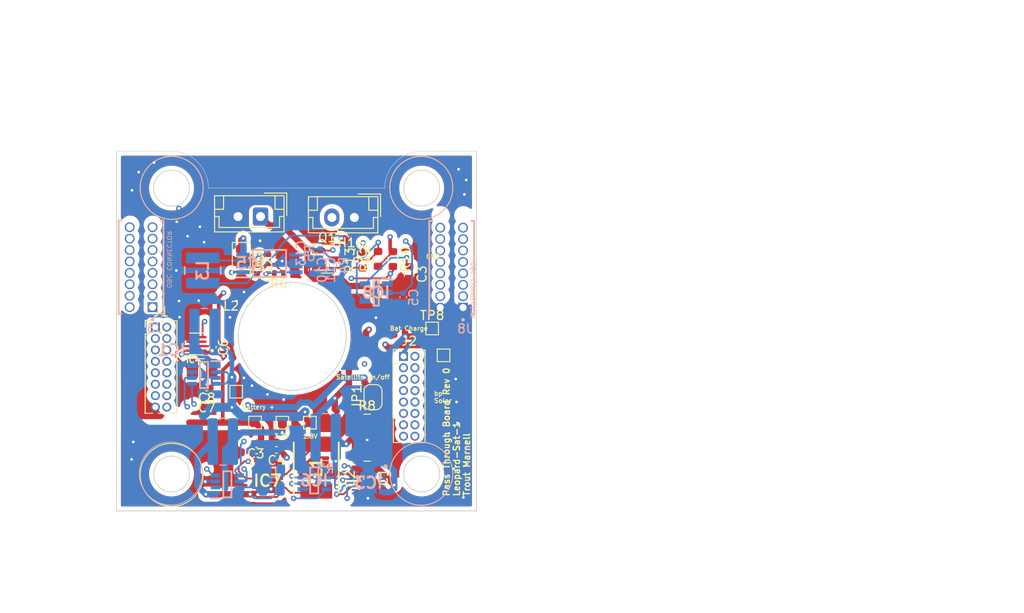
<source format=kicad_pcb>
(kicad_pcb (version 20221018) (generator pcbnew)
  (layers (0 "F.Cu" signal) (1 "In1.Cu" signal) (2 "In2.Cu" signal) (31 "B.Cu" signal) (34 "B.Paste" user) (35 "F.Paste" user) (36 "B.SilkS" user "B.Silkscreen") (37 "F.SilkS" user "F.Silkscreen") (38 "B.Mask" user) (39 "F.Mask" user) (44 "Edge.Cuts" user))
  (net 0 "")
  (net 1 "GND")
  (net 2 "Battery +")
  (net 3 "3V3 MEASURE")
  (net 4 "1V8 MEASURE")
  (net 5 "3.3V")
  (net 6 "1.8V")
  (net 7 "SCL(1)")
  (net 8 "SDA(1)")
  (net 9 "Net-(IC4-SW)")
  (net 10 "Vsolar")
  (net 11 "VMPPT")
  (net 12 "Net-(IC5-MPP-SET)")
  (net 13 "Net-(IC5-VCTRL)")
  (net 14 "Net-(IC5-LX)")
  (net 15 "MPPT ENABLE")
  (net 16 "DRV ENABLE 2")
  (net 17 "DRV ENABLE 1")
  (net 18 "MPPT ENABLE ")
  (net 19 "MCU ENABLE 2")
  (net 20 "MCU ENABLE 1")
  (net 21 "PWM1(1)")
  (net 22 "PWM2(2)")
  (net 23 "PWM2(1)")
  (net 24 "PWM1(2)")
  (net 25 "VBAT+")
  (net 26 "PWM2(5)")
  (net 27 "SDA(2)")
  (net 28 "SCL(2)")
  (net 29 "PWM1(5)")
  (net 30 "DRV ENABLE 3")
  (net 31 "DRV ENABLE 4")
  (net 32 "DRV ENABLE 5")
  (net 33 "PWM1(4)")
  (net 34 "PWM2(3)")
  (net 35 "PWM2(4)")
  (net 36 "PWM1(3)")
  (net 41 "Battery Charge ")
  (net 42 "Net-(IC3-REG)")
  (net 43 "Net-(IC3-TH)")
  (net 44 "FUEL_ALERT")
  (net 46 "Net-(IC7-BOLX)")
  (net 47 "Net-(IC7-BULX)")
  (net 48 "CONV_SHUTDOWN")
  (net 49 "VMPPTCHARGE")
  (net 50 "Net-(IC8-~{MR})")
  (net 51 "SAT_REST")
  (net 52 "CT")
  (footprint "Resistor_SMD:R_0402_1005Metric" (layer "F.Cu") (at 81.02 46.01 90)
    (fp_text reference "R3")
    (fp_text value "1K" hide)
  )
  (footprint "Resistor_SMD:R_0402_1005Metric" (layer "F.Cu") (at 82.18 47.55 180)
    (fp_text reference "R6")
    (fp_text value "1M" hide)
  )
  (footprint "Connector_JST:JST_EH_B2B-EH-A_1x02_P2.50mm_Vertical" (layer "F.Cu") (at 90.57 41.37 180)
    (fp_text reference "TH1")
    (fp_text value "Thermistor_NTC   10k" hide)
  )
  (footprint "TestPoint:TestPoint_Pad_1.0x1.0mm" (layer "F.Cu") (at 99.21 53.71)
    (fp_text reference "TP8")
    (fp_text value "TestPoint_Alt" hide)
  )
  (footprint "TestPoint:TestPoint_Pad_1.0x1.0mm" (layer "F.Cu") (at 77.44 60.74)
    (fp_text reference "TP4" hide)
    (fp_text value "TestPoint_Alt" hide)
  )
  (footprint "Capacitor_SMD:C_0402_1005Metric" (layer "F.Cu") (at 79.755 47.17 -90)
    (fp_text reference "C12")
    (fp_text value "100nF" hide)
  )
  (footprint "Package_TO_SOT_SMD:SOT-23" (layer "F.Cu") (at 87.5375 46)
    (fp_text reference "Q1")
    (fp_text value "2N7002")
  )
  (footprint "1.8v converter pico:SON50P200X150X100-8N" (layer "F.Cu") (at 73.02 55.43 180)
    (fp_text reference "IC4")
    (fp_text value "TPS62840DLCR" hide)
  )
  (footprint "Resistor_SMD:R_0603_1608Metric" (layer "F.Cu") (at 91.5 46.15 90)
    (fp_text reference "R13")
    (fp_text value "5k")
  )
  (footprint "Resistor_SMD:R_0603_1608Metric" (layer "F.Cu") (at 93.2 45.975 90)
    (fp_text reference "R12")
    (fp_text value "1M")
  )
  (footprint "Capacitor_SMD:C_0402_1005Metric" (layer "F.Cu") (at 74.84 55.79 -90)
    (fp_text reference "C6")
    (fp_text value "4.7uF" hide)
  )
  (footprint "Diode_SMD:D_SOD-123" (layer "F.Cu") (at 78.01 46.5 -90)
    (fp_text reference "D1")
    (fp_text value "4.5v" hide)
  )
  (footprint "3.3 v conv picoooooo:SON50P270X300X60-13N" (layer "F.Cu") (at 80.92 70.65)
    (fp_text reference "IC7")
    (fp_text value "RP602K330G-TR" hide)
  )
  (footprint "Resistor_SMD:R_1020_2550Metric" (layer "F.Cu") (at 91.98 65.855)
    (fp_text reference "R8")
    (fp_text value "10m")
  )
  (footprint "Capacitor_SMD:C_0402_1005Metric" (layer "F.Cu") (at 74.155 60.28 180)
    (fp_text reference "C8")
    (fp_text value "1uF" hide)
  )
  (footprint "TestPoint:TestPoint_Pad_1.0x1.0mm" (layer "F.Cu") (at 100.48 56.7)
    (fp_text reference "TP6" hide)
    (fp_text value "TestPoint_Alt" hide)
  )
  (footprint "Resistor_SMD:R_0603_1608Metric" (layer "F.Cu") (at 96.65 47.675 -90)
    (fp_text reference "C3")
    (fp_text value "10uF")
  )
  (footprint "3.3v inductor for pico:INDPM5650X530N" (layer "F.Cu") (at 86.33 69.18 -90)
    (fp_text reference "L1")
    (fp_text value "1.0uH" hide)
  )
  (footprint "Inductor_SMD:L_1008_2520Metric" (layer "F.Cu") (at 73.645 58.185)
    (fp_text reference "L2")
    (fp_text value "2.2uH" hide)
  )
  (footprint "Capacitor_SMD:C_0402_1005Metric" (layer "F.Cu") (at 79.72 67.28 180)
    (fp_text reference "C3")
    (fp_text value "10uF")
  )
  (footprint "Capacitor_SMD:C_0402_1005Metric" (layer "F.Cu") (at 92.63 70.24 -90)
    (fp_text reference "C1")
    (fp_text value ".1uF")
  )
  (footprint "Capacitor_SMD:C_0402_1005Metric" (layer "F.Cu") (at 91.255 70.415 90)
    (fp_text reference "C2")
    (fp_text value ".47uF")
  )
  (footprint "TestPoint:TestPoint_Pad_1.0x1.0mm" (layer "F.Cu") (at 79.535 64.175)
    (fp_text reference "TP1" hide)
    (fp_text value "TestPoint_Alt" hide)
  )
  (footprint "Connector_JST:JST_EH_B2B-EH-A_1x02_P2.50mm_Vertical" (layer "F.Cu") (at 80.143 41.265 180)
    (fp_text reference "J3" hide)
    (fp_text value "Conn_01x02_Socket" hide)
  )
  (footprint "Jumper:SolderJumper-2_P1.3mm_Open_RoundedPad1.0x1.5mm" (layer "F.Cu") (at 92.64 61.35 90)
    (fp_text reference "JP1")
    (fp_text value "SolderJumper_2_Open" hide)
  )
  (footprint "Capacitor_SMD:C_0402_1005Metric" (layer "F.Cu") (at 74.17 61.365 180)
    (fp_text reference "C7")
    (fp_text value "10uF" hide)
  )
  (footprint "TestPoint:TestPoint_Pad_1.0x1.0mm" (layer "F.Cu") (at 85.625 64.19)
    (fp_text reference "TP3" hide)
    (fp_text value "TestPoint_Alt" hide)
  )
  (footprint "Connector_PinHeader_1.27mm:PinHeader_2x08_P1.27mm_Vertical" (layer "F.Cu") (at 68.455 53.56)
    (fp_text reference "J1")
    (fp_text value "FLE-108-01-XX-DV" hide)
  )
  (footprint "Capacitor_SMD:C_0402_1005Metric" (layer "F.Cu") (at 90.265 44.93 -90)
    (fp_text reference "C9")
    (fp_text value "10uF" hide)
  )
  (footprint "TestPoint:TestPoint_Pad_1.0x1.0mm" (layer "F.Cu") (at 82.565 64.19)
    (fp_text reference "TP2" hide)
    (fp_text value "TestPoint_Alt" hide)
  )
  (footprint "Capacitor_SMD:C_0402_1005Metric" (layer "F.Cu") (at 81.905 67.22 180)
    (fp_text reference "C4")
    (fp_text value "22uF")
  )
  (footprint "Resistor_SMD:R_0603_1608Metric" (layer "F.Cu") (at 94.85 46 -90)
    (fp_text reference "R10")
    (fp_text value "1M")
  )
  (footprint "Connector_PinHeader_1.27mm:PinHeader_2x08_P1.27mm_Vertical" (layer "F.Cu") (at 96.03 56.81)
    (fp_text reference "J2")
    (fp_text value "FLE-108-01-XX-DV" hide)
  )
  (footprint "Resistor_SMD:R_0402_1005Metric" (layer "B.Cu") (at 86.775 45.35 -90)
    (fp_text reference "R5")
    (fp_text value "420k" hide)
  )
  (footprint "SLM-108-01-L-D:SAMTEC_SLM-108-01-L-D" (layer "B.Cu") (at 66.87 46.895 -90)
    (fp_text reference "J8")
    (fp_text value "SLM-108-01-L-D")
  )
  (footprint "Capacitor_SMD:C_0805_2012Metric" (layer "B.Cu") (at 81.375 71.575 180)
    (fp_text reference "ff" hide)
    (fp_text value "C_0805_2012Metric" hide)
  )
  (footprint "SPV1040T:SOP65P640X120-8N" (layer "B.Cu") (at 81.132 46.48)
    (fp_text reference "IC5")
    (fp_text value "SPV1040T" hide)
  )
  (footprint "Resistor_SMD:R_0402_1005Metric" (layer "B.Cu") (at 88.19 46.705 90)
    (fp_text reference "R4")
    (fp_text value "1M" hide)
  )
  (footprint "Capacitor_SMD:C_0402_1005Metric" (layer "B.Cu") (at 85.815 47.185 90)
    (fp_text reference "C10")
    (fp_text value "10uF" hide)
  )
  (footprint "current:SOP65P280X110-8N" (layer "B.Cu") (at 73.859 58.887 180)
    (fp_text reference "IC2" hide)
    (fp_text value "INA236AIDDFR" hide)
  )
  (footprint "inductro pass:NRS4012T150MDGJ" (layer "B.Cu") (at 73.72 47.27 -90)
    (fp_text reference "L3")
    (fp_text value "NRS4012T150MDGJ" hide)
  )
  (footprint "Capacitor_SMD:C_0402_1005Metric" (layer "B.Cu") (at 86.75 47.2 90)
    (fp_text reference "C11")
    (fp_text value "4.7uF" hide)
  )
  (footprint "voltagewatchdog:SOT95P280X145-5N" (layer "B.Cu") (at 92.984 49.718 180)
    (fp_text reference "IC8")
    (fp_text value "TLV840MADL30DBVRQ1" hide)
  )
  (footprint "Capacitor_SMD:C_0402_1005Metric" (layer "B.Cu") (at 85.8 45.35 -90)
    (fp_text reference "C13")
    (fp_text value "1nF" hide)
  )
  (footprint "current:SOP65P280X110-8N" (layer "B.Cu") (at 86.106 70.612 180)
    (fp_text reference "IC6")
    (fp_text value "INA236AIDDFR" hide)
  )
  (footprint "current:SOP65P280X110-8N" (layer "B.Cu") (at 76.454 71.049)
    (fp_text reference "IC1")
    (fp_text value "INA236AIDDFR" hide)
  )
  (footprint "Resistor_SMD:R_1020_2550Metric" (layer "B.Cu") (at 75.946 66.294)
    (fp_text reference "R1" hide)
    (fp_text value "20m" hide)
  )
  (footprint "SLM-108-01-L-D:SAMTEC_SLM-108-01-L-D" (layer "B.Cu") (at 101.38 46.945 -90)
    (fp_text reference "J8")
    (fp_text value "SLM-108-01-L-D")
  )
  (footprint "fuel:SON40P300X300X80-15N" (layer "B.Cu") (at 92.145 70.87 180)
    (fp_text reference "IC3")
    (fp_text value "MAX17260SETD+T" hide)
  )
  (footprint "Capacitor_SMD:C_0402_1005Metric" (layer "B.Cu") (at 96 50.25 90)
    (fp_text reference "C5")
    (fp_text value "1uF")
  )
  (footprint "Resistor_SMD:R_1020_2550Metric" (layer "B.Cu") (at 73.914 54.102)
    (fp_text reference "R2" hide)
    (fp_text value "20m" hide)
  )
  (footprint "Capacitor_SMD:C_0805_2012Metric" (layer "B.Cu") (at 81.425 69.525 180)
    (fp_text reference "gg" hide)
    (fp_text value "C_0805_2012Metric" hide)
  )
  (footprint "Resistor_SMD:R_1020_2550Metric" (layer "B.Cu") (at 87.376 65.786)
    (fp_text reference "R7")
    (fp_text value "20m")
  )
  (gr_circle (center 98.01 69.87) (end 94.51 69.87) (stroke (width 0.1)) (fill none) (layer "B.SilkS"))
  (gr_circle (center 70.175 69.85) (end 66.675 69.85) (stroke (width 0.1)) (fill none) (layer "B.SilkS"))
  (gr_circle (center 98.01 38.07) (end 94.51 38.07) (stroke (width 0.1)) (fill none) (layer "B.SilkS"))
  (gr_circle (center 98.01 69.87) (end 94.51 69.87) (stroke (width 0.1)) (fill none) (layer "B.SilkS"))
  (gr_circle (center 70.27 38.07) (end 66.77 38.07) (stroke (width 0.1)) (fill none) (layer "B.SilkS"))
  (gr_circle (center 70.27 38.07) (end 73.77 38.07) (stroke (width 0.1)) (fill none) (layer "F.SilkS"))
  (gr_circle (center 70.27 70) (end 73.77 70) (stroke (width 0.1)) (fill none) (layer "F.SilkS"))
  (gr_circle (center 98.01 38.07) (end 101.51 38.07) (stroke (width 0.1)) (fill none) (layer "F.SilkS"))
  (gr_circle (center 98.05 69.9) (end 100.05 69.9) (stroke (width 0.1)) (fill none) (layer "Edge.Cuts"))
  (gr_line (start 98.308 34) (end 98.05 34) (stroke (width 0.05)) (layer "Edge.Cuts"))
  (gr_line (start 64.367 34) (end 70.106 34) (stroke (width 0.05)) (layer "Edge.Cuts"))
  (gr_line (start 64.13 74) (end 64.13 34) (stroke (width 0.1)) (layer "Edge.Cuts"))
  (gr_line (start 104.13 74) (end 104.13 34) (stroke (width 0.1)) (layer "Edge.Cuts"))
  (gr_line (start 64.367 34) (end 64.13 34) (stroke (width 0.05)) (layer "Edge.Cuts"))
  (gr_line (start 70.106 34) (end 70.25 34) (stroke (width 0.05)) (layer "Edge.Cuts"))
  (gr_arc (start 70.25 33.998) (mid 73.150552 35.199448) (end 74.352 38.1) (stroke (width 0.05)) (layer "Edge.Cuts"))
  (gr_arc (start 93.95 38.1) (mid 95.150862 35.200862) (end 98.05 34) (stroke (width 0.05)) (layer "Edge.Cuts"))
  (gr_circle (center 70.25 69.9) (end 72.25 69.9) (stroke (width 0.1)) (fill none) (layer "Edge.Cuts"))
  (gr_line (start 64.13 74) (end 104.13 74) (stroke (width 0.1)) (layer "Edge.Cuts"))
  (gr_line (start 93.95 38.1) (end 74.483 38.1) (stroke (width 0.05)) (layer "Edge.Cuts"))
  (gr_line (start 104.13 34) (end 98.308 34) (stroke (width 0.05)) (layer "Edge.Cuts"))
  (gr_circle (center 70.25 38.1) (end 72.25 38.1) (stroke (width 0.1)) (fill none) (layer "Edge.Cuts"))
  (gr_circle locked (center 83.66 54.59) (end 89.66 54.59) (stroke (width 0.1)) (fill none) (layer "Edge.Cuts"))
  (gr_line (start 74.483 38.1) (end 74.352 38.1) (stroke (width 0.05)) (layer "Edge.Cuts"))
  (gr_circle (center 98.05 38.1) (end 100.05 38.1) (stroke (width 0.1)) (fill none) (layer "Edge.Cuts"))
  (gr_text "OBC CONNECTOR \n" (at 69.705 49.24 -90) (layer "B.SilkS") (effects (font (size 0.5 0.5)) (justify left bottom mirror)))
  (gr_text "OBC CONNECTOR \n" (at 104.07 46.24 90) (layer "B.SilkS") (effects (font (size 0.5 0.5)) (justify left bottom mirror)))
  (gr_text "3.3V\n" (at 81.59 65.975) (layer "F.SilkS") (effects (font (size 0.5 0.5) (thickness 0.1) bold) (justify left bottom)))
  (gr_text "Bat Charge\n" (at 94.45 54) (layer "F.SilkS") (effects (font (size 0.5 0.5) (thickness 0.1) bold) (justify left bottom)))
  (gr_text "GND\n" (at 98.48 46.015) (layer "F.SilkS") (effects (font (size 0.5 0.5) (thickness 0.1) bold) (justify left bottom)))
  (gr_text "Satellite on/off\n" (at 88.48 59.415) (layer "F.SilkS") (effects (font (size 0.5 0.5) (thickness 0.1) bold) (justify left bottom)))
  (gr_text "Battery +\n" (at 78.02 62.745) (layer "F.SilkS") (effects (font (size 0.5 0.5) (thickness 0.1) bold) (justify left bottom)))
  (gr_text "1.8V\n" (at 84.795 65.995) (layer "F.SilkS") (effects (font (size 0.5 0.5) (thickness 0.1) bold) (justify left bottom)))
  (gr_text "Pass Through Board Rev 0\nLeopard-Sat-1\nTrout Marnell" (at 103.47 72.45 90) (layer "F.SilkS") (effects (font (size 0.7 0.7)) (justify left bottom)))
  (gr_text "bp \nSolar\n" (at 99.37 62.04) (layer "F.SilkS") (effects (font (size 0.5 0.5) (thickness 0.1) bold) (justify left bottom)))
  (segment (start 91.845 69.935) (end 92.63 70.72) (width 0.2) (layer "F.Cu") (net 1))
  (segment (start 80.92 70.65) (end 80.17 71.4) (width 0.2) (layer "F.Cu") (net 1))
  (segment (start 74.84 56.27) (end 73.795 56.27) (width 0.2) (layer "F.Cu") (net 1))
  (segment (start 75.501568 56.27) (end 76.028844 56.797276) (width 0.2) (layer "F.Cu") (net 1))
  (segment (start 86.478717 69.935) (end 91.255 69.935) (width 0.2) (layer "F.Cu") (net 1))
  (segment (start 89.245 44.39) (end 90.265 45.41) (width 0.2) (layer "F.Cu") (net 1))
  (segment (start 82.25 70.65) (end 80.92 70.65) (width 0.2) (layer "F.Cu") (net 1))
  (segment (start 82.32 70.72) (end 82.25 70.65) (width 0.2) (layer "F.Cu") (net 1))
  (segment (start 86.75 43.9895) (end 87.1505 44.39) (width 0.2) (layer "F.Cu") (net 1))
  (segment (start 74.84 56.27) (end 75.501568 56.27) (width 0.2) (layer "F.Cu") (net 1))
  (segment (start 73.795 56.27) (end 73.705 56.18) (width 0.2) (layer "F.Cu") (net 1))
  (segment (start 82.32 70.9) (end 82.32 70.72) (width 0.2) (layer "F.Cu") (net 1))
  (segment (start 72.335 54.68) (end 72.335 55.18) (width 0.2) (layer "F.Cu") (net 1))
  (segment (start 73.680831 59.382318) (end 73.680831 60.274169) (width 0.2) (layer "F.Cu") (net 1))
  (segment (start 73.705 55.18) (end 72.335 55.18) (width 0.2) (layer "F.Cu") (net 1))
  (segment (start 80.17 71.4) (end 79.52 71.4) (width 0.2) (layer "F.Cu") (net 1))
  (segment (start 86.184217 70.2295) (end 86.478717 69.935) (width 0.2) (layer "F.Cu") (net 1))
  (segment (start 91.255 69.935) (end 91.845 69.935) (width 0.2) (layer "F.Cu") (net 1))
  (segment (start 87.1505 44.39) (end 89.245 44.39) (width 0.2) (layer "F.Cu") (net 1))
  (segment (start 73.680831 60.274169) (end 73.675 60.28) (width 0.2) (layer "F.Cu") (net 1))
  (segment (start 82.32 70.72) (end 82.32 70.4) (width 0.2) (layer "F.Cu") (net 1))
  (via (at 102.04 64.22) (size 0.6) (drill 0.3) (layers "F.Cu" "B.Cu") (net 1))
  (via (at 82.72 61.6) (size 0.6) (drill 0.3) (layers "F.Cu" "B.Cu") (net 1))
  (via (at 71.06 40.35) (size 0.6) (drill 0.3) (layers "F.Cu" "B.Cu") (net 1))
  (via (at 65.86 38.34) (size 0.6) (drill 0.3) (layers "F.Cu" "B.Cu") (net 1))
  (via (at 101.61 69.32) (size 0.6) (drill 0.3) (layers "F.Cu" "B.Cu") (net 1))
  (via (at 81.307188 71.5695) (size 0.6) (drill 0.3) (layers "F.Cu" "B.Cu") (net 1))
  (via (at 78.3 59.21) (size 0.6) (drill 0.3) (layers "F.Cu" "B.Cu") (net 1))
  (via (at 86.75 43.9895) (size 0.6) (drill 0.3) (layers "F.Cu" "B.Cu") (net 1))
  (via (at 72.03 43.45) (size 0.6) (drill 0.3) (layers "F.Cu" "B.Cu") (net 1))
  (via (at 82.54 46.22) (size 0.6) (drill 0.3) (layers "F.Cu" "B.Cu") (net 1))
  (via (at 101.08 65.39) (size 0.6) (drill 0.3) (layers "F.Cu" "B.Cu") (net 1))
  (via (at 79.2 60.07) (size 0.6) (drill 0.3) (layers "F.Cu" "B.Cu") (net 1))
  (via (at 66 66.33) (size 0.6) (drill 0.3) (layers "F.Cu" "B.Cu") (net 1))
  (via (at 92.08 72.6005) (size 0.6) (drill 0.3) (layers "F.Cu" "B.Cu") (net 1))
  (via (at 66.6 36.32) (size 0.6) (drill 0.3) (layers "F.Cu" "B.Cu") (net 1))
  (via (at 65.82 68.27) (size 0.6) (drill 0.3) (layers "F.Cu" "B.Cu") (net 1))
  (via (at 80.09 43.96) (size 0.6) (drill 0.3) (layers "F.Cu" "B.Cu") (net 1))
  (via (at 102.8 38.8) (size 0.6) (drill 0.3) (layers "F.Cu" "B.Cu") (net 1))
  (via (at 73.680831 59.382318) (size 0.6) (drill 0.3) (layers "F.Cu" "B.Cu") (net 1))
  (via (at 102.15 36) (size 0.6) (drill 0.3) (layers "F.Cu" "B.Cu") (net 1))
  (via (at 92.97 52.52) (size 0.6) (drill 0.3) (layers "F.Cu" "B.Cu") (net 1))
  (via (at 73.4 42.4) (size 0.6) (drill 0.3) (layers "F.Cu" "B.Cu") (net 1))
  (via (at 68.3 35.26) (size 0.6) (drill 0.3) (layers "F.Cu" "B.Cu") (net 1))
  (via (at 78.31 49.66) (size 0.6) (drill 0.3) (layers "F.Cu" "B.Cu") (net 1))
  (via (at 73.28 50.62) (size 0.6) (drill 0.3) (layers "F.Cu" "B.Cu") (net 1))
  (via (at 91.99 66.11) (size 0.6) (drill 0.3) (layers "F.Cu" "B.Cu") (net 1))
  (via (at 74.0015 70.74) (size 0.6) (drill 0.3) (layers "F.Cu" "B.Cu") (net 1))
  (via (at 101.93 61.89) (size 0.6) (drill 0.3) (layers "F.Cu" "B.Cu") (net 1))
  (via (at 70.84 41.84) (size 0.6) (drill 0.3) (layers "F.Cu" "B.Cu") (net 1))
  (via (at 77.48 50.67) (size 0.6) (drill 0.3) (layers "F.Cu" "B.Cu") (net 1))
  (via (at 73.87 44.12) (size 0.6) (drill 0.3) (layers "F.Cu" "B.Cu") (net 1))
  (via (at 101.83 59.34) (size 0.6) (drill 0.3) (layers "F.Cu" "B.Cu") (net 1))
  (via (at 103 37.2) (size 0.6) (drill 0.3) (layers "F.Cu" "B.Cu") (net 1))
  (via (at 71.08 50.65) (size 0.6) (drill 0.3) (layers "F.Cu" "B.Cu") (net 1))
  (via (at 76.75 52.47) (size 0.6) (drill 0.3) (layers "F.Cu" "B.Cu") (net 1))
  (via (at 102.68 72.5) (size 0.6) (drill 0.3) (layers "F.Cu" "B.Cu") (net 1))
  (via (at 80.91 61.04) (size 0.6) (drill 0.3) (layers "F.Cu" "B.Cu") (net 1))
  (via (at 71.15 52.45) (size 0.6) (drill 0.3) (layers "F.Cu" "B.Cu") (net 1))
  (via (at 86.184217 70.2295) (size 0.6) (drill 0.3) (layers "F.Cu" "B.Cu") (net 1))
  (via (at 76.028844 56.797276) (size 0.6) (drill 0.3) (layers "F.Cu" "B.Cu") (net 1))
  (via (at 70.79 47.27) (size 0.6) (drill 0.3) (layers "F.Cu" "B.Cu") (net 1))
  (segment (start 73.680831 58.799169) (end 73.680831 59.382318) (width 0.2) (layer "B.Cu") (net 1))
  (segment (start 74.0175 70.724) (end 74.0015 70.74) (width 0.2) (layer "B.Cu") (net 1))
  (segment (start 74.559 59.212) (end 75.184 59.212) (width 0.2) (layer "B.Cu") (net 1))
  (segment (start 86.806 70.937) (end 87.431 70.937) (width 0.2) (layer "B.Cu") (net 1))
  (segment (start 79.296 71.374) (end 80.475 70.195) (width 0.2) (layer "B.Cu") (net 1))
  (segment (start 80.425 71.575) (end 81.301688 71.575) (width 0.2) (layer "B.Cu") (net 1))
  (segment (start 80.425 71.575) (end 80.425 69.575) (width 0.2) (layer "B.Cu") (net 1))
  (segment (start 81.301688 71.575) (end 81.307188 71.5695) (width 0.2) (layer "B.Cu") (net 1))
  (segment (start 75.129 70.724) (end 74.0175 70.724) (width 0.2) (layer "B.Cu") (net 1))
  (segment (start 78.194 46.805) (end 79.519529 46.805) (width 0.2) (layer "B.Cu") (net 1))
  (segment (start 79.519529 46.805) (end 80.61 45.714529) (width 0.2) (layer "B.Cu") (net 1))
  (segment (start 90.645 71.67) (end 90.645 72.07) (width 0.2) (layer "B.Cu") (net 1))
  (segment (start 86.1005 70.2295) (end 86.184217 70.2295) (width 0.2) (layer "B.Cu") (net 1))
  (segment (start 92.08 72.6005) (end 92.08 70.935) (width 0.2) (layer "B.Cu") (net 1))
  (segment (start 73.9135 58.5665) (end 74.559 59.212) (width 0.2) (layer "B.Cu") (net 1))
  (segment (start 85.506 69.637) (end 86.0995 70.2305) (width 0.2) (layer "B.Cu") (net 1))
  (segment (start 73.9135 58.5665) (end 73.680831 58.799169) (width 0.2) (layer "B.Cu") (net 1))
  (segment (start 80.61 44.48) (end 80.09 43.96) (width 0.2) (layer "B.Cu") (net 1))
  (segment (start 92.08 70.935) (end 92.145 70.87) (width 0.2) (layer "B.Cu") (net 1))
  (segment (start 73.259 57.912) (end 73.9135 58.5665) (width 0.2) (layer "B.Cu") (net 1))
  (segment (start 84.07 46.155) (end 84.07 46.805) (width 0.2) (layer "B.Cu") (net 1))
  (segment (start 90.945 72.07) (end 90.645 72.07) (width 0.2) (layer "B.Cu") (net 1))
  (segment (start 86.0995 70.2305) (end 86.806 70.937) (width 0.2) (layer "B.Cu") (net 1))
  (segment (start 77.779 71.374) (end 79.296 71.374) (width 0.2) (layer "B.Cu") (net 1))
  (segment (start 86.0995 70.2305) (end 86.1005 70.2295) (width 0.2) (layer "B.Cu") (net 1))
  (segment (start 84.781 69.637) (end 85.506 69.637) (width 0.2) (layer "B.Cu") (net 1))
  (segment (start 92.145 70.87) (end 90.945 72.07) (width 0.2) (layer "B.Cu") (net 1))
  (segment (start 80.61 45.714529) (end 80.61 44.48) (width 0.2) (layer "B.Cu") (net 1))
  (segment (start 80.475 70.195) (end 80.475 69.525) (width 0.2) (layer "B.Cu") (net 1))
  (segment (start 72.534 57.912) (end 73.259 57.912) (width 0.2) (layer "B.Cu") (net 1))
  (segment (start 80.425 69.575) (end 80.475 69.525) (width 0.2) (layer "B.Cu") (net 1))
  (segment (start 75.15 55.49) (end 75.5 55.49) (width 0.4) (layer "F.Cu") (net 2))
  (segment (start 72.223 64.175) (end 75.946 64.175) (width 0.7) (layer "F.Cu") (net 2))
  (segment (start 76.910817 55.790817) (end 77.006261 56.252171) (width 0.4) (layer "F.Cu") (net 2))
  (segment (start 93.225 46.8) (end 94.85 45.175) (width 0.2) (layer "F.Cu") (net 2))
  (segment (start 77.163882 56.78898) (end 77.258919 57.036057) (width 0.4) (layer "F.Cu") (net 2))
  (segment (start 76.61 55.49) (end 76.910817 55.790817) (width 0.4) (layer "F.Cu") (net 2))
  (segment (start 79.24 67.28) (end 79.24 67.605807) (width 0.7) (layer "F.Cu") (net 2))
  (segment (start 79.24 66.954193) (end 79.774193 66.42) (width 0.7) (layer "F.Cu") (net 2))
  (segment (start 79.24 67.605807) (end 79.79 68.155807) (width 0.7) (layer "F.Cu") (net 2))
  (segment (start 77.006261 56.252171) (end 77.163882 56.78898) (width 0.4) (layer "F.Cu") (net 2))
  (segment (start 74.47 55.68) (end 74.84 55.31) (width 0.2) (layer "F.Cu") (net 2))
  (segment (start 75.5 55.49) (end 75.5 50.28) (width 0.4) (layer "F.Cu") (net 2))
  (segment (start 75.946 58.348976) (end 75.946 64.175) (width 0.4) (layer "F.Cu") (net 2))
  (segment (start 79.52 69.4) (end 79.52 69.29) (width 0.2) (layer "F.Cu") (net 2))
  (segment (start 75.5 50.28) (end 76.03 49.75) (width 0.4) (layer "F.Cu") (net 2))
  (segment (start 75.5 55.49) (end 76.61 55.49) (width 0.4) (layer "F.Cu") (net 2))
  (segment (start 79.79 68.43) (end 80.085 68.725) (width 0.7) (layer "F.Cu") (net 2))
  (segment (start 80.2 64.84) (end 79.535 64.175) (width 0.7) (layer "F.Cu") (net 2))
  (segment (start 73.705 55.68) (end 74.47 55.68) (width 0.2) (layer "F.Cu") (net 2))
  (segment (start 80.1 66.42) (end 80.2 66.32) (width 0.7) (layer "F.Cu") (net 2))
  (segment (start 93.2 46.8) (end 93.225 46.8) (width 0.2) (layer "F.Cu") (net 2))
  (segment (start 77.258919 57.036057) (end 75.946 58.348976) (width 0.4) (layer "F.Cu") (net 2))
  (segment (start 79.52 69.29) (end 80.085 68.725) (width 0.2) (layer "F.Cu") (net 2))
  (segment (start 80.2 66.32) (end 80.2 64.84) (width 0.7) (layer "F.Cu") (net 2))
  (segment (start 79.774193 66.42) (end 80.1 66.42) (width 0.7) (layer "F.Cu") (net 2))
  (segment (start 80.085 68.725) (end 82.32 68.725) (width 0.7) (layer "F.Cu") (net 2))
  (segment (start 94.54 43.53) (end 94.54 44.865) (width 0.4) (layer "F.Cu") (net 2))
  (segment (start 82.32 69.4) (end 82.32 68.725) (width 0.2) (layer "F.Cu") (net 2))
  (segment (start 94.54 44.865) (end 94.85 45.175) (width 0.4) (layer "F.Cu") (net 2))
  (segment (start 75.946 64.175) (end 79.535 64.175) (width 0.7) (layer "F.Cu") (net 2))
  (segment (start 79.79 68.155807) (end 79.79 68.43) (width 0.7) (layer "F.Cu") (net 2))
  (segment (start 79.24 67.28) (end 79.24 66.954193) (width 0.7) (layer "F.Cu") (net 2))
  (via (at 94.54 43.53) (size 0.6) (drill 0.3) (layers "F.Cu" "B.Cu") (net 2))
  (via (at 76.03 49.75) (size 0.6) (drill 0.3) (layers "F.Cu" "B.Cu") (net 2))
  (segment (start 82.32 71.9) (end 82.32 72.1) (width 0.2) (layer "F.Cu") (net 3))
  (segment (start 79.271 72.149) (end 79.32 72.1) (width 0.7) (layer "F.Cu") (net 3))
  (segment (start 82.385 67.22) (end 82.385 67.399) (width 0.7) (layer "F.Cu") (net 3))
  (segment (start 74.054 72.149) (end 78.994 72.149) (width 0.7) (layer "F.Cu") (net 3))
  (segment (start 82.385 67.399) (end 83.058 68.072) (width 0.7) (layer "F.Cu") (net 3))
  (segment (start 78.994 72.149) (end 79.271 72.149) (width 0.7) (layer "F.Cu") (net 3))
  (segment (start 82.32 72.1) (end 81.97 72.45) (width 0.2) (layer "F.Cu") (net 3))
  (segment (start 81.97 72.45) (end 79.72 72.45) (width 0.2) (layer "F.Cu") (net 3))
  (segment (start 79.72 72.45) (end 79.52 72.25) (width 0.2) (layer "F.Cu") (net 3))
  (segment (start 79.52 72.25) (end 79.52 71.9) (width 0.2) (layer "F.Cu") (net 3))
  (via (at 78.994 72.149) (size 0.6) (drill 0.3) (layers "F.Cu" "B.Cu") (net 3))
  (via (at 83.058 68.072) (size 0.6) (drill 0.3) (layers "F.Cu" "B.Cu") (net 3))
  (via (at 74.054 72.149) (size 0.6) (drill 0.3) (layers "F.Cu" "B.Cu") (net 3))
  (segment (start 73.152 71.247) (end 74.054 72.149) (width 0.7) (layer "B.Cu") (net 3))
  (segment (start 83.058 68.072) (end 83.058 68.085) (width 0.7) (layer "B.Cu") (net 3))
  (segment (start 74.821 66.294) (end 73.152 67.963) (width 0.7) (layer "B.Cu") (net 3))
  (segment (start 82.325 71.575) (end 81.3 72.6) (width 0.2) (layer "B.Cu") (net 3))
  (segment (start 79.445 72.6) (end 78.994 72.149) (width 0.2) (layer "B.Cu") (net 3))
  (segment (start 74.054 72.149) (end 75.129 72.149) (width 0.7) (layer "B.Cu") (net 3))
  (segment (start 73.152 67.963) (end 73.152 71.247) (width 0.7) (layer "B.Cu") (net 3))
  (segment (start 82.325 71.575) (end 82.325 69.575) (width 0.2) (layer "B.Cu") (net 3))
  (segment (start 82.325 69.575) (end 82.375 69.525) (width 0.2) (layer "B.Cu") (net 3))
  (segment (start 81.3 72.6) (end 79.445 72.6) (width 0.2) (layer "B.Cu") (net 3))
  (segment (start 71.77 56.18) (end 71.36 56.59) (width 0.2) (layer "F.Cu") (net 4))
  (segment (start 72.335 56.18) (end 71.77 56.18) (width 0.2) (layer "F.Cu") (net 4))
  (segment (start 74.65 60.295) (end 74.635 60.28) (width 0.2) (layer "F.Cu") (net 4))
  (segment (start 74.72 60.195) (end 74.635 60.28) (width 0.2) (layer "F.Cu") (net 4))
  (segment (start 74.72 58.185) (end 74.72 60.195) (width 0.2) (layer "F.Cu") (net 4))
  (segment (start 74.65 61.365) (end 74.65 60.295) (width 0.2) (layer "F.Cu") (net 4))
  (segment (start 74.72 58.185) (end 73.125 56.59) (width 0.2) (layer "F.Cu") (net 4))
  (segment (start 73.125 56.59) (end 71.36 56.59) (width 0.2) (layer "F.Cu") (net 4))
  (via (at 71.36 56.59) (size 0.6) (drill 0.3) (layers "F.Cu" "B.Cu") (net 4))
  (segment (start 71.36 56.59) (end 73.35 56.59) (width 0.2) (layer "B.Cu") (net 4))
  (segment (start 73.35 56.59) (end 73.429249 56.510751) (width 0.2) (layer "B.Cu") (net 4))
  (segment (start 72.789 55.870503) (end 73.429249 56.510751) (width 1) (layer "B.Cu") (net 4))
  (segment (start 74.555497 57.637) (end 75.184 57.637) (width 1) (layer "B.Cu") (net 4))
  (segment (start 72.789 54.102) (end 72.789 55.870503) (width 1) (layer "B.Cu") (net 4))
  (segment (start 73.429249 56.510751) (end 74.555497 57.637) (width 1) (layer "B.Cu") (net 4))
  (segment (start 82.565 65.263) (end 82.55 65.278) (width 0.7) (layer "F.Cu") (net 5))
  (segment (start 82.565 64.19) (end 82.565 65.263) (width 0.7) (layer "F.Cu") (net 5))
  (via (at 82.55 65.278) (size 0.6) (drill 0.3) (layers "F.Cu" "B.Cu") (net 5))
  (via (at 96.272538 44.002538) (size 0.6) (drill 0.3) (layers "F.Cu" "B.Cu") (net 5))
  (segment (start 76.079 71.374) (end 76.204 71.499) (width 0.2) (layer "B.Cu") (net 5))
  (segment (start 78.087 65.278) (end 77.071 66.294) (width 0.7) (layer "B.Cu") (net 5))
  (segment (start 82.55 65.278) (end 78.087 65.278) (width 0.7) (layer "B.Cu") (net 5))
  (segment (start 76.204 67.161) (end 76.204 71.499) (width 0.7) (layer "B.Cu") (net 5))
  (segment (start 96 49.77) (end 96.98 48.79) (width 0.2) (layer "B.Cu") (net 5))
  (segment (start 96.98 44.71) (end 96.272538 44.002538) (width 0.2) (layer "B.Cu") (net 5))
  (segment (start 75.129 71.374) (end 76.079 71.374) (width 0.2) (layer "B.Cu") (net 5))
  (segment (start 96 49.77) (end 94.286 49.77) (width 0.2) (layer "B.Cu") (net 5))
  (segment (start 94.286 49.77) (end 94.234 49.718) (width 0.2) (layer "B.Cu") (net 5))
  (segment (start 77.071 66.294) (end 76.204 67.161) (width 0.7) (layer "B.Cu") (net 5))
  (segment (start 96.98 48.79) (end 96.98 44.71) (width 0.2) (layer "B.Cu") (net 5))
  (segment (start 85.09 62.992) (end 85.09 63.655) (width 0.7) (layer "F.Cu") (net 6))
  (segment (start 91.5 45.325) (end 91.5 44.23) (width 0.2) (layer "F.Cu") (net 6))
  (segment (start 88.12 45.05) (end 88.18 44.99) (width 0.2) (layer "F.Cu") (net 6))
  (segment (start 91.5 44.23) (end 91.54 44.19) (width 0.2) (layer "F.Cu") (net 6))
  (segment (start 85.09 63.655) (end 85.625 64.19) (width 0.7) (layer "F.Cu") (net 6))
  (segment (start 86.6 45.05) (end 88.12 45.05) (width 0.2) (layer "F.Cu") (net 6))
  (via (at 88.18 44.99) (size 0.6) (drill 0.3) (layers "F.Cu" "B.Cu") (net 6))
  (via (at 91.54 44.19) (size 0.6) (drill 0.3) (layers "F.Cu" "B.Cu") (net 6))
  (via (at 74.168 69.342) (size 0.6) (drill 0.3) (layers "F.Cu" "B.Cu") (net 6))
  (via (at 91.7 57.65) (size 0.6) (drill 0.3) (layers "F.Cu" "B.Cu") (net 6))
  (via (at 76.962 62.484) (size 0.6) (drill 0.3) (layers "F.Cu" "B.Cu") (net 6))
  (via (at 76.962 59.14) (size 0.6) (drill 0.3) (layers "F.Cu" "B.Cu") (net 6))
  (via (at 85.09 62.992) (size 0.6) (drill 0.3) (layers "F.Cu" "B.Cu") (net 6))
  (via (at 83.81 72.6005) (size 0.6) (drill 0.3) (layers "F.Cu" "B.Cu") (net 6))
  (segment (start 76.962 62.484) (end 77.067371 62.484) (width 1) (layer "B.Cu") (net 6))
  (segment (start 75.129 70.074) (end 74.9 70.074) (width 0.2) (layer "B.Cu") (net 6))
  (segment (start 76.962 59.14) (end 76.962 57.119108) (width 0.5) (layer "B.Cu") (net 6))
  (segment (start 76.962 59.14) (end 76.384 58.562) (width 0.2) (layer "B.Cu") (net 6))
  (segment (start 74.716 62.484) (end 76.962 62.484) (width 1) (layer "B.Cu") (net 6))
  (segment (start 86.4175 72.6005) (end 83.81 72.6005) (width 0.2) (layer "B.Cu") (net 6))
  (segment (start 76.85 57.007108) (end 76.85 56.558477) (width 0.5) (layer "B.Cu") (net 6))
  (segment (start 76.962 57.119108) (end 76.85 57.007108) (width 0.5) (layer "B.Cu") (net 6))
  (segment (start 76.962 59.14) (end 76.24 59.862) (width 0.2) (layer "B.Cu") (net 6))
  (segment (start 84.582 63.5) (end 85.09 62.992) (width 1) (layer "B.Cu") (net 6))
  (segment (start 77.067371 62.484) (end 78.083371 63.5) (width 1) (layer "B.Cu") (net 6))
  (segment (start 74.9 70.074) (end 74.168 69.342) (width 0.2) (layer "B.Cu") (net 6))
  (segment (start 73.785 63.415) (end 74.716 62.484) (width 1) (layer "B.Cu") (net 6))
  (segment (start 76.962 59.14) (end 76.962 62.484) (width 1) (layer "B.Cu") (net 6))
  (segment (start 78.083371 63.5) (end 84.582 63.5) (width 1) (layer "B.Cu") (net 6))
  (segment (start 75.039 54.747477) (end 75.039 54.102) (width 0.5) (layer "B.Cu") (net 6))
  (segment (start 76.24 59.862) (end 75.184 59.862) (width 0.2) (layer "B.Cu") (net 6))
  (segment (start 76.384 58.562) (end 75.184 58.562) (width 0.2) (layer "B.Cu") (net 6))
  (segment (start 87.431 71.587) (end 86.4175 72.6005) (width 0.2) (layer "B.Cu") (net 6))
  (segment (start 76.85 56.558477) (end 75.039 54.747477) (width 0.5) (layer "B.Cu") (net 6))
  (via (at 78.299438 66.266938) (size 0.6) (drill 0.3) (layers "F.Cu" "B.Cu") (net 7))
  (via (at 72.75 62.12) (size 0.6) (drill 0.3) (layers "F.Cu" "B.Cu") (net 7))
  (via (at 89.47 68.99) (size 0.6) (drill 0.3) (layers "F.Cu" "B.Cu") (net 7))
  (via (at 83.623911 70.133911) (size 0.6) (drill 0.3) (layers "F.Cu" "B.Cu") (net 7))
  (segment (start 72.534 61.904) (end 72.534 59.862) (width 0.2) (layer "B.Cu") (net 7))
  (segment (start 85.506 71.587) (end 85.606 71.487) (width 0.2) (layer "B.Cu") (net 7))
  (segment (start 77.32 69.615) (end 77.779 70.074) (width 0.2) (layer "B.Cu") (net 7))
  (segment (start 77.946 68.871817) (end 77.32 69.497817) (width 0.2) (layer "B.Cu") (net 7))
  (segment (start 85.606 71.487) (end 85.606 70.387) (width 0.2) (layer "B.Cu") (net 7))
  (segment (start 83.623911 70.133911) (end 83.777 70.287) (width 0.2) (layer "B.Cu") (net 7))
  (segment (start 84.781 71.587) (end 85.506 71.587) (width 0.2) (layer "B.Cu") (net 7))
  (segment (start 83.777 70.287) (end 84.781 70.287) (width 0.2) (layer "B.Cu") (net 7))
  (segment (start 77.946 66.620376) (end 77.946 68.871817) (width 0.2) (layer "B.Cu") (net 7))
  (segment (start 77.32 69.497817) (end 77.32 69.615) (width 0.2) (layer "B.Cu") (net 7))
  (segment (start 89.965 68.99) (end 90.645 69.67) (width 0.2) (layer "B.Cu") (net 7))
  (segment (start 78.299438 66.266938) (end 77.946 66.620376) (width 0.2) (layer "B.Cu") (net 7))
  (segment (start 85.506 70.287) (end 84.781 70.287) (width 0.2) (layer "B.Cu") (net 7))
  (segment (start 72.75 62.12) (end 72.534 61.904) (width 0.2) (layer "B.Cu") (net 7))
  (segment (start 89.47 68.99) (end 89.965 68.99) (width 0.2) (layer "B.Cu") (net 7))
  (segment (start 85.606 70.387) (end 85.506 70.287) (width 0.2) (layer "B.Cu") (net 7))
  (via (at 72.007618 62.4155) (size 0.6) (drill 0.3) (layers "F.Cu" "B.Cu") (net 8))
  (via (at 78.315513 69.350127) (size 0.6) (drill 0.3) (layers "F.Cu" "B.Cu") (net 8))
  (via (at 83.62 70.97) (size 0.6) (drill 0.3) (layers "F.Cu" "B.Cu") (net 8))
  (via (at 88.63394 71.343072) (size 0.6) (drill 0.3) (layers "F.Cu" "B.Cu") (net 8))
  (segment (start 71.809 59.212) (end 72.534 59.212) (width 0.2) (layer "B.Cu") (net 8))
  (segment (start 88.901 70.009) (end 89.3 69.61) (width 0.2) (layer "B.Cu") (net 8))
  (segment (start 78.604 70.599) (end 78.379 70.599) (width 0.2) (layer "B.Cu") (net 8))
  (segment (start 88.901 70.107686) (end 88.901 70.009) (width 0.2) (layer "B.Cu") (net 8))
  (segment (start 84.748 70.97) (end 84.781 70.937) (width 0.2) (layer "B.Cu") (net 8))
  (segment (start 89.3 69.61) (end 89.738529 69.61) (width 0.2) (layer "B.Cu") (net 8))
  (segment (start 71.709 59.312) (end 71.809 59.212) (width 0.2) (layer "B.Cu") (net 8))
  (segment (start 72.007618 62.4155) (end 71.709 62.116882) (width 0.2) (layer "B.Cu") (net 8))
  (segment (start 89.738529 69.61) (end 89.97 69.841471) (width 0.2) (layer "B.Cu") (net 8))
  (segment (start 78.379 70.599) (end 78.504 70.724) (width 0.2) (layer "B.Cu") (net 8))
  (segment (start 78.604 69.638614) (end 78.604 70.599) (width 0.2) (layer "B.Cu") (net 8))
  (segment (start 78.315513 69.350127) (end 78.604 69.638614) (width 0.2) (layer "B.Cu") (net 8))
  (segment (start 88.41 70.598686) (end 88.901 70.107686) (width 0.2) (layer "B.Cu") (net 8))
  (segment (start 89.97 70.07) (end 90.645 70.07) (width 0.2) (layer "B.Cu") (net 8))
  (segment (start 71.709 62.116882) (end 71.709 59.312) (width 0.2) (layer "B.Cu") (net 8))
  (segment (start 89.97 69.841471) (end 89.97 70.07) (width 0.2) (layer "B.Cu") (net 8))
  (segment (start 72.534 58.562) (end 72.534 59.212) (width 0.2) (layer "B.Cu") (net 8))
  (segment (start 83.62 70.97) (end 84.748 70.97) (width 0.2) (layer "B.Cu") (net 8))
  (segment (start 88.41 71.119132) (end 88.41 70.598686) (width 0.2) (layer "B.Cu") (net 8))
  (segment (start 78.504 70.724) (end 77.779 70.724) (width 0.2) (layer "B.Cu") (net 8))
  (segment (start 88.63394 71.343072) (end 88.41 71.119132) (width 0.2) (layer "B.Cu") (net 8))
  (segment (start 72.105 58.185) (end 72.57 58.185) (width 0.2) (layer "F.Cu") (net 9))
  (segment (start 71.421471 55.68) (end 70.76 56.341471) (width 0.2) (layer "F.Cu") (net 9))
  (segment (start 70.76 56.341471) (end 70.76 56.84) (width 0.2) (layer "F.Cu") (net 9))
  (segment (start 72.335 55.68) (end 71.421471 55.68) (width 0.2) (layer "F.Cu") (net 9))
  (segment (start 70.76 56.84) (end 72.105 58.185) (width 0.2) (layer "F.Cu") (net 9))
  (segment (start 94.351 55.851) (end 95.025 55.851) (width 0.7) (layer "F.Cu") (net 10))
  (segment (start 89.154 43.688) (end 89.503 43.688) (width 0.7) (layer "F.Cu") (net 10))
  (segment (start 99.347 55.567) (end 95.309 55.567) (width 0.7) (layer "F.Cu") (net 10))
  (segment (start 89.503 43.688) (end 90.265 44.45) (width 0.7) (layer "F.Cu") (net 10))
  (segment (start 95.309 55.567) (end 95.025 55.851) (width 0.7) (layer "F.Cu") (net 10))
  (segment (start 100.48 56.7) (end 99.347 55.567) (width 0.7) (layer "F.Cu") (net 10))
  (segment (start 94 55.5) (end 94.351 55.851) (width 0.7) (layer "F.Cu") (net 10))
  (via (at 94 55.5) (size 0.6) (drill 0.3) (layers "F.Cu" "B.Cu") (net 10))
  (via (at 89.154 43.688) (size 0.6) (drill 0.3) (layers "F.Cu" "B.Cu") (net 10))
  (segment (start 73.72 48.67) (end 78.58 48.67) (width 0.2) (layer "B.Cu") (net 10))
  (segment (start 82.27 44.98) (end 82.27 44.61) (width 0.2) (layer "B.Cu") (net 10))
  (segment (start 83.49 43.39) (end 88.856 43.39) (width 0.2) (layer "B.Cu") (net 10))
  (segment (start 82.27 44.61) (end 83.49 43.39) (width 0.2) (layer "B.Cu") (net 10))
  (segment (start 78.58 48.67) (end 82.27 44.98) (width 0.2) (layer "B.Cu") (net 10))
  (segment (start 88.856 43.39) (end 89.154 43.688) (width 0.2) (layer "B.Cu") (net 10))
  (segment (start 88.392 61.468) (end 89.964428 59.895572) (width 0.7) (layer "F.Cu") (net 11))
  (segment (start 89.964428 57.385572) (end 91.86 55.49) (width 0.7) (layer "F.Cu") (net 11))
  (segment (start 91.86 55.49) (end 91.86 54.15) (width 0.7) (layer "F.Cu") (net 11))
  (segment (start 91.86 54.15) (end 92.18 53.83) (width 0.7) (layer "F.Cu") (net 11))
  (segment (start 78.01 44.85) (end 78.01 43.91) (width 0.7) (layer "F.Cu") (net 11))
  (segment (start 88.392 62.667) (end 88.62 62.895) (width 0.7) (layer "F.Cu") (net 11))
  (segment (start 78.01 43.91) (end 78.232 43.688) (width 0.7) (layer "F.Cu") (net 11))
  (segment (start 88.392 61.468) (end 88.392 62.667) (width 0.7) (layer "F.Cu") (net 11))
  (segment (start 89.964428 59.895572) (end 89.964428 57.385572) (width 0.7) (layer "F.Cu") (net 11))
  (via (at 88.392 61.468) (size 0.6) (drill 0.3) (layers "F.Cu" "B.Cu") (net 11))
  (via (at 78.232 43.688) (size 0.6) (drill 0.3) (layers "F.Cu" "B.Cu") (net 11))
  (via (at 92.18 53.83) (size 0.6) (drill 0.3) (layers "F.Cu" "B.Cu") (net 11))
  (segment (start 86.251 63.609) (end 88.392 61.468) (width 0.7) (layer "B.Cu") (net 11))
  (segment (start 86.251 65.786) (end 86.251 68.457) (width 0.7) (layer "B.Cu") (net 11))
  (segment (start 86.251 65.786) (end 86.251 63.609) (width 0.7) (layer "B.Cu") (net 11))
  (segment (start 78.232 45.38) (end 78.194 45.38) (width 0.7) (layer "B.Cu") (net 11))
  (segment (start 86.251 68.457) (end 87.306 69.512) (width 0.7) (layer "B.Cu") (net 11))
  (segment (start 86.75 47.68) (end 86.156515 47.68) (width 0.7) (layer "B.Cu") (net 11))
  (segment (start 87.725 47.68) (end 88.19 47.215) (width 0.7) (layer "B.Cu") (net 11))
  (segment (start 78.232 43.688) (end 78.232 45.38) (width 0.7) (layer "B.Cu") (net 11))
  (segment (start 86.75 47.68) (end 87.165 47.68) (width 0.7) (layer "B.Cu") (net 11))
  (segment (start 87.165 47.68) (end 87.725 47.68) (width 0.7) (layer "B.Cu") (net 11))
  (segment (start 87.306 69.512) (end 87.431 69.512) (width 0.7) (layer "B.Cu") (net 11))
  (segment (start 86.156515 47.68) (end 85.849659 47.5691) (width 0.7) (layer "B.Cu") (net 11))
  (segment (start 79.505 47.4) (end 79.755 47.65) (width 0.2) (layer "F.Cu") (net 12))
  (segment (start 76.92 47.48) (end 77 47.4) (width 0.2) (layer "F.Cu") (net 12))
  (segment (start 82.69 47.55) (end 81.66 46.52) (width 0.2) (layer "F.Cu") (net 12))
  (segment (start 81.66 46.52) (end 81.02 46.52) (width 0.2) (layer "F.Cu") (net 12))
  (segment (start 79.755 47.65) (end 79.89 47.65) (width 0.2) (layer "F.Cu") (net 12))
  (segment (start 79.89 47.65) (end 81.02 46.52) (width 0.2) (layer "F.Cu") (net 12))
  (segment (start 77 47.4) (end 79.505 47.4) (width 0.2) (layer "F.Cu") (net 12))
  (via (at 76.92 47.48) (size 0.6) (drill 0.3) (layers "F.Cu" "B.Cu") (net 12))
  (segment (start 78.194 47.455) (end 76.945 47.455) (width 0.2) (layer "B.Cu") (net 12))
  (segment (start 76.945 47.455) (end 76.92 47.48) (width 0.2) (layer "B.Cu") (net 12))
  (segment (start 84.07 45.505) (end 85.165 45.505) (width 0.2) (layer "B.Cu") (net 13))
  (segment (start 85.165 45.505) (end 85.8 44.87) (width 0.2) (layer "B.Cu") (net 13))
  (segment (start 85.83 44.84) (end 85.8 44.87) (width 0.2) (layer "B.Cu") (net 13))
  (segment (start 86.775 44.84) (end 86.835 44.84) (width 0.2) (layer "B.Cu") (net 13))
  (segment (start 86.775 44.84) (end 85.83 44.84) (width 0.2) (layer "B.Cu") (net 13))
  (segment (start 86.835 44.84) (end 88.19 46.195) (width 0.2) (layer "B.Cu") (net 13))
  (segment (start 80.044 45.5) (end 80.01 45.466) (width 0.2) (layer "F.Cu") (net 14))
  (segment (start 81.02 45.5) (end 80.044 45.5) (width 0.2) (layer "F.Cu") (net 14))
  (via (at 80.01 45.466) (size 0.6) (drill 0.3) (layers "F.Cu" "B.Cu") (net 14))
  (segment (start 80.01 45.466) (end 79.321 46.155) (width 0.2) (layer "B.Cu") (net 14))
  (segment (start 74.005 46.155) (end 78.194 46.155) (width 0.2) (layer "B.Cu") (net 14))
  (segment (start 73.72 45.87) (end 74.005 46.155) (width 0.2) (layer "B.Cu") (net 14))
  (segment (start 79.321 46.155) (end 78.194 46.155) (width 0.2) (layer "B.Cu") (net 14))
  (segment (start 81.67 47.55) (end 80.837822 47.55) (width 0.2) (layer "F.Cu") (net 15))
  (segment (start 80.837822 47.55) (end 80.738911 47.648911) (width 0.2) (layer "F.Cu") (net 15))
  (via (at 80.738911 47.648911) (size 0.6) (drill 0.3) (layers "F.Cu" "B.Cu") (net 15))
  (segment (start 80.738911 47.648911) (end 80.932822 47.455) (width 0.2) (layer "B.Cu") (net 15))
  (segment (start 80.932822 47.455) (end 84.07 47.455) (width 0.2) (layer "B.Cu") (net 15))
  (segment (start 91.694 59.754) (end 92.64 60.7) (width 0.7) (layer "F.Cu") (net 25))
  (segment (start 91.694 59.182) (end 91.694 59.754) (width 0.7) (layer "F.Cu") (net 25))
  (via (at 91.694 59.182) (size 0.6) (drill 0.3) (layers "F.Cu" "B.Cu") (net 25))
  (via (at 78.74 62.23) (size 0.6) (drill 0.3) (layers "F.Cu" "B.Cu") (net 25))
  (segment (start 85.959462 62.376538) (end 85.524924 61.942) (width 0.7) (layer "B.Cu") (net 25))
  (segment (start 91.694 59.182) (end 89.154 59.182) (width 0.7) (layer "B.Cu") (net 25))
  (segment (start 78.96 62.45) (end 78.74 62.23) (width 0.7) (layer "B.Cu") (net 25))
  (segment (start 89.154 59.182) (end 85.959462 62.376538) (width 0.7) (layer "B.Cu") (net 25))
  (segment (start 84.147076 62.45) (end 78.96 62.45) (width 0.7) (layer "B.Cu") (net 25))
  (segment (start 84.655076 61.942) (end 84.147076 62.45) (width 0.7) (layer "B.Cu") (net 25))
  (segment (start 85.524924 61.942) (end 84.655076 61.942) (width 0.7) (layer "B.Cu") (net 25))
  (segment (start 91.78 48.99) (end 89.877918 48.99) (width 0.7) (layer "F.Cu") (net 41))
  (segment (start 98.32 54.6) (end 99.21 53.71) (width 0.7) (layer "F.Cu") (net 41))
  (segment (start 89.078037 48.190119) (end 86.11267 48.190119) (width 0.7) (layer "F.Cu") (net 41))
  (segment (start 96.2 53.41) (end 91.78 48.99) (width 0.7) (layer "F.Cu") (net 41))
  (segment (start 82.595 42.255) (end 81.133 42.255) (width 0.7) (layer "F.Cu") (net 41))
  (segment (start 85.3125 44.9725) (end 82.595 42.255) (width 0.7) (layer "F.Cu") (net 41))
  (segment (start 86.11267 48.190119) (end 85.3125 47.389949) (width 0.7) (layer "F.Cu") (net 41))
  (segment (start 93.105 69.229) (end 94.996 71.12) (width 0.7) (layer "F.Cu") (net 41))
  (segment (start 85.3125 47.389949) (end 85.3125 44.9725) (width 0.7) (layer "F.Cu") (net 41))
  (segment (start 96.2 54.6) (end 98.32 54.6) (width 0.7) (layer "F.Cu") (net 41))
  (segment (start 89.877918 48.99) (end 89.078037 48.190119) (width 0.7) (layer "F.Cu") (net 41))
  (segment (start 81.133 42.255) (end 80.143 41.265) (width 0.7) (layer "F.Cu") (net 41))
  (segment (start 93.105 65.855) (end 93.105 69.229) (width 0.7) (layer "F.Cu") (net 41))
  (segment (start 96.2 54.6) (end 96.2 53.41) (width 0.7) (layer "F.Cu") (net 41))
  (segment (start 93.105 65.855) (end 93.105 69.285) (width 0.7) (layer "F.Cu") (net 41))
  (segment (start 93.105 69.285) (end 92.63 69.76) (width 0.7) (layer "F.Cu") (net 41))
  (via (at 94.996 71.12) (size 0.6) (drill 0.3) (layers "F.Cu" "B.Cu") (net 41))
  (via (at 96.2 54.6) (size 0.6) (drill 0.3) (layers "F.Cu" "B.Cu") (net 41))
  (segment (start 94.996 71.12) (end 94.996 71.494) (width 0.7) (layer "B.Cu") (net 41))
  (segment (start 94.45 56.35) (end 94.45 69.02) (width 0.7) (layer "B.Cu") (net 41))
  (segment (start 94.996 69.566) (end 94.996 71.12) (width 0.7) (layer "B.Cu") (net 41))
  (segment (start 94.45 69.02) (end 94.996 69.566) (width 0.7) (layer "B.Cu") (net 41))
  (segment (start 94.996 71.494) (end 94.57 71.92) (width 0.7) (layer "B.Cu") (net 41))
  (segment (start 94.57 71.92) (end 93.645 71.92) (width 0.7) (layer "B.Cu") (net 41))
  (segment (start 96.2 54.6) (end 94.45 56.35) (width 0.7) (layer "B.Cu") (net 41))
  (segment (start 93.645 72.07) (end 93.645 71.67) (width 0.2) (layer "B.Cu") (net 41))
  (segment (start 90.625 70.895) (end 91.255 70.895) (width 0.2) (layer "F.Cu") (net 42))
  (segment (start 88.604502 72.142032) (end 89.377968 72.142032) (width 0.2) (layer "F.Cu") (net 42))
  (segment (start 89.377968 72.142032) (end 90.625 70.895) (width 0.2) (layer "F.Cu") (net 42))
  (via (at 88.604502 72.142032) (size 0.6) (drill 0.3) (layers "F.Cu" "B.Cu") (net 42))
  (segment (start 89.835037 70.87) (end 90.645 70.87) (width 0.2) (layer "B.Cu") (net 42))
  (segment (start 88.683509 72.142032) (end 89.23394 71.591601) (width 0.2) (layer "B.Cu") (net 42))
  (segment (start 89.526096 71.178941) (end 89.835037 70.87) (width 0.2) (layer "B.Cu") (net 42))
  (segment (start 89.23394 71.591601) (end 89.23394 71.34606) (width 0.2) (layer "B.Cu") (net 42))
  (segment (start 89.23394 71.34606) (end 89.401059 71.178941) (width 0.2) (layer "B.Cu") (net 42))
  (segment (start 88.604502 72.142032) (end 88.683509 72.142032) (width 0.2) (layer "B.Cu") (net 42))
  (segment (start 89.401059 71.178941) (end 89.526096 71.178941) (width 0.2) (layer "B.Cu") (net 42))
  (via (at 89.277567 70.578941) (size 0.6) (drill 0.3) (layers "F.Cu" "B.Cu") (net 44))
  (segment (start 89.277567 70.578941) (end 89.386508 70.47) (width 0.2) (layer "B.Cu") (net 44))
  (segment (start 89.386508 70.47) (end 90.645 70.47) (width 0.2) (layer "B.Cu") (net 44))
  (segment (start 82.32 71.4) (end 82.895 71.4) (width 0.2) (layer "F.Cu") (net 46))
  (segment (start 86.13 71.98) (end 86.33 71.78) (width 0.2) (layer "F.Cu") (net 46))
  (segment (start 82.895 71.4) (end 83.475 71.98) (width 0.2) (layer "F.Cu") (net 46))
  (segment (start 83.475 71.98) (end 86.13 71.98) (width 0.2) (layer "F.Cu") (net 46))
  (segment (start 86.33 66.58) (end 83.01 69.9) (width 0.2) (layer "F.Cu") (net 47))
  (segment (start 83.01 69.9) (end 82.32 69.9) (width 0.2) (layer "F.Cu") (net 47))
  (segment (start 90.23 48.14) (end 94.05 48.14) (width 0.2) (layer "F.Cu") (net 48))
  (segment (start 94.85 47.34) (end 94.58 47.61) (width 0.2) (layer "F.Cu") (net 48))
  (segment (start 77.715513 69.598656) (end 78.516857 70.4) (width 0.2) (layer "F.Cu") (net 48))
  (segment (start 73.705 54.68) (end 73.705 53.155) (width 0.2) (layer "F.Cu") (net 48))
  (segment (start 94.05 48.14) (end 94.58 47.61) (width 0.2) (layer "F.Cu") (net 48))
  (segment (start 73.705 53.155) (end 73.92 52.94) (width 0.2) (layer "F.Cu") (net 48))
  (segment (start 78.327111 68.49) (end 77.715513 69.101598) (width 0.2) (layer "F.Cu") (net 48))
  (segment (start 77.715513 69.101598) (end 77.715513 69.598656) (width 0.2) (layer "F.Cu") (net 48))
  (segment (start 78.77 68.49) (end 78.327111 68.49) (width 0.2) (layer "F.Cu") (net 48))
  (segment (start 78.516857 70.4) (end 79.52 70.4) (width 0.2) (layer "F.Cu") (net 48))
  (segment (start 79.52 69.9) (end 79.52 70.4) (width 0.2) (layer "F.Cu") (net 48))
  (segment (start 94.85 46.825) (end 94.85 47.34) (width 0.2) (layer "F.Cu") (net 48))
  (via (at 78.77 68.49) (size 0.6) (drill 0.3) (layers "F.Cu" "B.Cu") (net 48))
  (via (at 94.58 47.61) (size 0.6) (drill 0.3) (layers "F.Cu" "B.Cu") (net 48))
  (via (at 90.23 48.14) (size 0.6) (drill 0.3) (layers "F.Cu" "B.Cu") (net 48))
  (via (at 73.92 52.94) (size 0.6) (drill 0.3) (layers "F.Cu" "B.Cu") (net 48))
  (segment (start 94.58 48.422) (end 94.234 48.768) (width 0.2) (layer "B.Cu") (net 48))
  (segment (start 94.58 47.61) (end 94.58 48.422) (width 0.2) (layer "B.Cu") (net 48))
  (segment (start 90.855 65.855) (end 90.355 65.855) (width 0.7) (layer "F.Cu") (net 49))
  (segment (start 92.64 62) (end 90.855 63.785) (width 0.7) (layer "F.Cu") (net 49))
  (segment (start 90.855 63.785) (end 90.855 65.855) (width 0.7) (layer "F.Cu") (net 49))
  (segment (start 90.355 65.855) (end 89.662 66.548) (width 0.7) (layer "F.Cu") (net 49))
  (via (at 88.501 68.472492) (size 0.6) (drill 0.3) (layers "F.Cu" "B.Cu") (net 49))
  (via (at 89.763567 72.6005) (size 0.6) (drill 0.3) (layers "F.Cu" "B.Cu") (net 49))
  (via (at 89.662 66.548) (size 0.6) (drill 0.3) (layers "F.Cu" "B.Cu") (net 49))
  (segment (start 88.501 69.942) (end 88.501 69.197) (width 0.2) (layer "B.Cu") (net 49))
  (segment (start 88.501 65.786) (end 88.501 69.197) (width 0.7) (layer "B.Cu") (net 49))
  (segment (start 90.000723 71.27) (end 89.763567 71.507156) (width 0.2) (layer "B.Cu") (net 49))
  (segment (start 89.763567 71.507156) (end 89.763567 72.6005) (width 0.2) (layer "B.Cu") (net 49))
  (segment (start 89.662 66.548) (end 89.263 66.548) (width 0.7) (layer "B.Cu") (net 49))
  (segment (start 90.645 71.27) (end 90.000723 71.27) (width 0.2) (layer "B.Cu") (net 49))
  (segment (start 88.156 70.287) (end 88.501 69.942) (width 0.2) (layer "B.Cu") (net 49))
  (segment (start 88.501 69.197) (end 88.506 69.202) (width 0.7) (layer "B.Cu") (net 49))
  (segment (start 89.263 66.548) (end 88.501 65.786) (width 0.7) (layer "B.Cu") (net 49))
  (segment (start 87.431 70.287) (end 88.156 70.287) (width 0.2) (layer "B.Cu") (net 49))
  (segment (start 88.5 46.025) (end 92.325 46.025) (width 0.2) (layer "F.Cu") (net 50))
  (segment (start 88.475 46) (end 88.5 46.025) (width 0.2) (layer "F.Cu") (net 50))
  (segment (start 93.22 45.13) (end 93.2 45.15) (width 0.2) (layer "F.Cu") (net 50))
  (segment (start 92.325 46.025) (end 93.2 45.15) (width 0.2) (layer "F.Cu") (net 50))
  (segment (start 93.22 44.14) (end 93.22 45.13) (width 0.2) (layer "F.Cu") (net 50))
  (via (at 93.22 44.14) (size 0.6) (drill 0.3) (layers "F.Cu" "B.Cu") (net 50))
  (segment (start 90.834 46.526) (end 93.22 44.14) (width 0.2) (layer "B.Cu") (net 50))
  (segment (start 91.734 50.668) (end 90.834 49.768) (width 0.2) (layer "B.Cu") (net 50))
  (segment (start 90.834 49.768) (end 90.834 46.526) (width 0.2) (layer "B.Cu") (net 50))
  (segment (start 91.475 46.95) (end 86.6 46.95) (width 0.2) (layer "F.Cu") (net 51))
  (segment (start 91.5 46.975) (end 91.475 46.95) (width 0.2) (layer "F.Cu") (net 51))
  (segment (start 96.38 46.58) (end 96.65 46.85) (width 0.2) (layer "F.Cu") (net 52))
  (segment (start 96.38 45.84) (end 96.38 46.58) (width 0.2) (layer "F.Cu") (net 52))
  (via (at 96.38 45.84) (size 0.6) (drill 0.3) (layers "F.Cu" "B.Cu") (net 52))
  (segment (start 94.662 45.84) (end 96.38 45.84) (width 0.2) (layer "B.Cu") (net 52))
  (segment (start 91.734 48.768) (end 94.662 45.84) (width 0.2) (layer "B.Cu") (net 52))
  (zone (net 1) (net_name "GND") (layers "F.Cu" "In1.Cu" "B.Cu") (connect_pads yes (clearance 0.5)) (min_thickness 0.25) (fill yes (thermal_gap 0.5) (thermal_bridge_width 0.5))
    (polygon (pts (xy 63.97 74.08) (xy 63.79 74.26) (xy 64.15 74.62) (xy 105.41 74.62) (xy 105.41 33.36) (xy 105.23 33.18) (xy 64.51 33.18) (xy 63.97 33.72)))
  )
)
</source>
